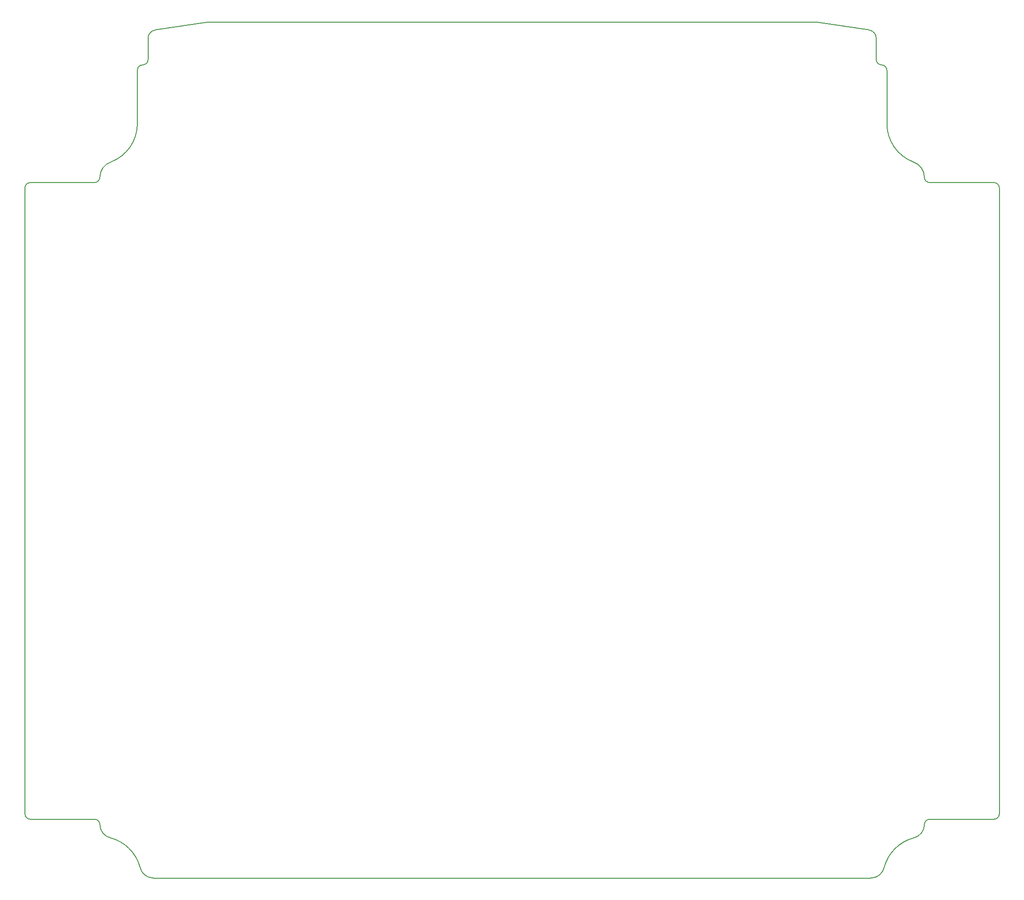
<source format=gko>
G75*
G70*
%OFA0B0*%
%FSLAX25Y25*%
%IPPOS*%
%LPD*%
%AMOC8*
5,1,8,0,0,1.08239X$1,22.5*
%
%ADD101C,0.00787*%
X0000000Y0000000D02*
%LPD*%
G01*
D101*
X0055118Y0039370D02*
G75*
G03*
X0051181Y0043307I-003937J0000000D01*
G01*
X0000000Y0047244D02*
G75*
G03*
X0003937Y0043307I0003937J0000000D01*
G01*
X0090551Y0602362D02*
X0090551Y0618110D01*
X0063194Y0526953D02*
G75*
G03*
X0082677Y0555118I-010694J0028219D01*
G01*
X0665354Y0043307D02*
G75*
G03*
X0661417Y0039370I0000000J-003937D01*
G01*
X0661417Y0515748D02*
G75*
G03*
X0665354Y0511811I0003937J0000000D01*
G01*
X0095669Y0624016D02*
G75*
G03*
X0090551Y0618110I0000848J-005906D01*
G01*
X0003937Y0511811D02*
G75*
G03*
X0000000Y0507874I0000000J-003937D01*
G01*
X0625984Y0602362D02*
X0625984Y0618110D01*
X0084661Y0007874D02*
G75*
G03*
X0094488Y0000000I0009827J0002196D01*
G01*
X0051181Y0043307D02*
X0003937Y0043307D01*
X0086614Y0598425D02*
G75*
G03*
X0082677Y0594488I0000000J-003937D01*
G01*
X0620866Y0624016D02*
X0582677Y0629921D01*
X0622047Y0000000D02*
G75*
G03*
X0631875Y0007874I0000000J0010070D01*
G01*
X0712598Y0043307D02*
X0665354Y0043307D01*
X0095669Y0624016D02*
X0133858Y0629921D01*
X0633858Y0555118D02*
G75*
G03*
X0653341Y0526953I0030177J0000054D01*
G01*
X0086614Y0598425D02*
G75*
G03*
X0090551Y0602362I0000000J0003937D01*
G01*
X0051181Y0511811D02*
X0003937Y0511811D01*
X0712598Y0043307D02*
G75*
G03*
X0716535Y0047244I0000000J0003937D01*
G01*
X0716535Y0047244D02*
X0716535Y0507874D01*
X0082677Y0555118D02*
X0082677Y0594488D01*
X0653543Y0029543D02*
G75*
G03*
X0631875Y0007874I0007874J-029543D01*
G01*
X0000000Y0507874D02*
X0000000Y0047244D01*
X0063194Y0526953D02*
G75*
G03*
X0055118Y0515748I0003735J-011205D01*
G01*
X0653543Y0029543D02*
G75*
G03*
X0661417Y0039370I-002196J0009827D01*
G01*
X0582677Y0629921D02*
X0133858Y0629921D01*
X0625984Y0618110D02*
G75*
G03*
X0620866Y0624016I-005966J0000000D01*
G01*
X0661417Y0515748D02*
G75*
G03*
X0653341Y0526953I-011811J0000000D01*
G01*
X0633858Y0594488D02*
G75*
G03*
X0629921Y0598425I-003937J0000000D01*
G01*
X0055118Y0039370D02*
G75*
G03*
X0062992Y0029543I0010070J0000000D01*
G01*
X0625984Y0602362D02*
G75*
G03*
X0629921Y0598425I0003937J0000000D01*
G01*
X0084661Y0007874D02*
G75*
G03*
X0062992Y0029543I-029543J-007874D01*
G01*
X0633858Y0555118D02*
X0633858Y0594488D01*
X0712598Y0511811D02*
X0665354Y0511811D01*
X0716535Y0507874D02*
G75*
G03*
X0712598Y0511811I-003937J0000000D01*
G01*
X0094488Y0000000D02*
X0622047Y0000000D01*
X0051181Y0511811D02*
G75*
G03*
X0055118Y0515748I0000000J0003937D01*
G01*
X0622789Y0056053D02*
G01*
G75*
X0581181Y0113484D02*
G01*
G75*
M02*

</source>
